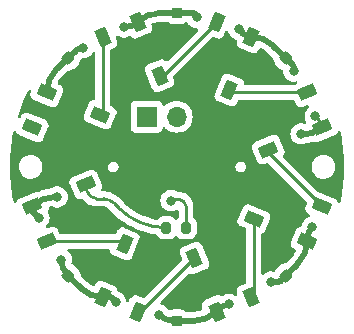
<source format=gtl>
%TF.GenerationSoftware,KiCad,Pcbnew,7.0.10*%
%TF.CreationDate,2024-04-29T22:23:39+02:00*%
%TF.ProjectId,GhostControllerLED,47686f73-7443-46f6-9e74-726f6c6c6572,rev?*%
%TF.SameCoordinates,Original*%
%TF.FileFunction,Copper,L1,Top*%
%TF.FilePolarity,Positive*%
%FSLAX46Y46*%
G04 Gerber Fmt 4.6, Leading zero omitted, Abs format (unit mm)*
G04 Created by KiCad (PCBNEW 7.0.10) date 2024-04-29 22:23:39*
%MOMM*%
%LPD*%
G01*
G04 APERTURE LIST*
G04 Aperture macros list*
%AMRoundRect*
0 Rectangle with rounded corners*
0 $1 Rounding radius*
0 $2 $3 $4 $5 $6 $7 $8 $9 X,Y pos of 4 corners*
0 Add a 4 corners polygon primitive as box body*
4,1,4,$2,$3,$4,$5,$6,$7,$8,$9,$2,$3,0*
0 Add four circle primitives for the rounded corners*
1,1,$1+$1,$2,$3*
1,1,$1+$1,$4,$5*
1,1,$1+$1,$6,$7*
1,1,$1+$1,$8,$9*
0 Add four rect primitives between the rounded corners*
20,1,$1+$1,$2,$3,$4,$5,0*
20,1,$1+$1,$4,$5,$6,$7,0*
20,1,$1+$1,$6,$7,$8,$9,0*
20,1,$1+$1,$8,$9,$2,$3,0*%
%AMRotRect*
0 Rectangle, with rotation*
0 The origin of the aperture is its center*
0 $1 length*
0 $2 width*
0 $3 Rotation angle, in degrees counterclockwise*
0 Add horizontal line*
21,1,$1,$2,0,0,$3*%
G04 Aperture macros list end*
%TA.AperFunction,SMDPad,CuDef*%
%ADD10RotRect,1.500000X1.000000X112.500000*%
%TD*%
%TA.AperFunction,SMDPad,CuDef*%
%ADD11RotRect,1.500000X1.000000X22.500000*%
%TD*%
%TA.AperFunction,SMDPad,CuDef*%
%ADD12RoundRect,0.200000X-0.200000X-0.275000X0.200000X-0.275000X0.200000X0.275000X-0.200000X0.275000X0*%
%TD*%
%TA.AperFunction,SMDPad,CuDef*%
%ADD13RotRect,1.500000X1.000000X157.500000*%
%TD*%
%TA.AperFunction,SMDPad,CuDef*%
%ADD14RoundRect,0.225000X-0.017678X0.335876X-0.335876X0.017678X0.017678X-0.335876X0.335876X-0.017678X0*%
%TD*%
%TA.AperFunction,SMDPad,CuDef*%
%ADD15RoundRect,0.225000X-0.335876X-0.017678X-0.017678X-0.335876X0.335876X0.017678X0.017678X0.335876X0*%
%TD*%
%TA.AperFunction,SMDPad,CuDef*%
%ADD16RoundRect,0.225000X0.335876X0.017678X0.017678X0.335876X-0.335876X-0.017678X-0.017678X-0.335876X0*%
%TD*%
%TA.AperFunction,SMDPad,CuDef*%
%ADD17RotRect,1.500000X1.000000X292.500000*%
%TD*%
%TA.AperFunction,SMDPad,CuDef*%
%ADD18RoundRect,0.225000X0.250000X-0.225000X0.250000X0.225000X-0.250000X0.225000X-0.250000X-0.225000X0*%
%TD*%
%TA.AperFunction,SMDPad,CuDef*%
%ADD19RoundRect,0.225000X-0.250000X0.225000X-0.250000X-0.225000X0.250000X-0.225000X0.250000X0.225000X0*%
%TD*%
%TA.AperFunction,SMDPad,CuDef*%
%ADD20RotRect,1.500000X1.000000X247.500000*%
%TD*%
%TA.AperFunction,SMDPad,CuDef*%
%ADD21RotRect,1.500000X1.000000X337.500000*%
%TD*%
%TA.AperFunction,SMDPad,CuDef*%
%ADD22RotRect,1.500000X1.000000X67.500000*%
%TD*%
%TA.AperFunction,SMDPad,CuDef*%
%ADD23RotRect,1.500000X1.000000X202.500000*%
%TD*%
%TA.AperFunction,SMDPad,CuDef*%
%ADD24RoundRect,0.225000X0.017678X-0.335876X0.335876X-0.017678X-0.017678X0.335876X-0.335876X0.017678X0*%
%TD*%
%TA.AperFunction,ComponentPad*%
%ADD25R,1.700000X1.700000*%
%TD*%
%TA.AperFunction,ComponentPad*%
%ADD26O,1.700000X1.700000*%
%TD*%
%TA.AperFunction,ComponentPad*%
%ADD27RoundRect,0.500000X0.425000X0.000000X-0.425000X0.000000X-0.425000X0.000000X0.425000X0.000000X0*%
%TD*%
%TA.AperFunction,ViaPad*%
%ADD28C,0.800000*%
%TD*%
%TA.AperFunction,Conductor*%
%ADD29C,0.250000*%
%TD*%
%TA.AperFunction,Conductor*%
%ADD30C,0.500000*%
%TD*%
%TA.AperFunction,Conductor*%
%ADD31C,0.550000*%
%TD*%
G04 APERTURE END LIST*
D10*
%TO.P,D3,1,VSS*%
%TO.N,GND*%
X53692158Y-55151582D03*
%TO.P,D3,2,DIN*%
%TO.N,Net-(D2-DOUT)*%
X50735743Y-56376169D03*
%TO.P,D3,3,VDD*%
%TO.N,Net-(D1-VDD)*%
X52610892Y-60903178D03*
%TO.P,D3,4,DOUT*%
%TO.N,Net-(D3-DOUT)*%
X55567307Y-59678591D03*
%TD*%
D11*
%TO.P,1,1,VSS*%
%TO.N,GND*%
X42765703Y-53074873D03*
%TO.P,1,2,DIN*%
%TO.N,Net-(D1-DIN)*%
X41541116Y-50118458D03*
%TO.P,1,3,VDD*%
%TO.N,Net-(D1-VDD)*%
X37014107Y-51993607D03*
%TO.P,1,4,DOUT*%
%TO.N,Net-(D1-DOUT)*%
X38238694Y-54950022D03*
%TD*%
D12*
%TO.P,R1,1*%
%TO.N,Net-(D1-DIN)*%
X48375000Y-53806066D03*
%TO.P,R1,2*%
%TO.N,Net-(J1-D+-PadA6)*%
X50025000Y-53806066D03*
%TD*%
D13*
%TO.P,D4,1,VSS*%
%TO.N,GND*%
X56993454Y-50118458D03*
%TO.P,D4,2,DIN*%
%TO.N,Net-(D3-DOUT)*%
X55768867Y-53074873D03*
%TO.P,D4,3,VDD*%
%TO.N,Net-(D1-VDD)*%
X60295876Y-54950022D03*
%TO.P,D4,4,DOUT*%
%TO.N,Net-(D4-DOUT)*%
X61520463Y-51993607D03*
%TD*%
D14*
%TO.P,C1,1*%
%TO.N,GND*%
X41153233Y-56764052D03*
%TO.P,C1,2*%
%TO.N,Net-(D1-VDD)*%
X40057217Y-57860068D03*
%TD*%
D15*
%TO.P,C3,1*%
%TO.N,GND*%
X57381337Y-56764052D03*
%TO.P,C3,2*%
%TO.N,Net-(D1-VDD)*%
X58477353Y-57860068D03*
%TD*%
D16*
%TO.P,C6,1*%
%TO.N,GND*%
X41153233Y-40535948D03*
%TO.P,C6,2*%
%TO.N,Net-(D1-VDD)*%
X40057217Y-39439932D03*
%TD*%
D17*
%TO.P,D7,1,VSS*%
%TO.N,GND*%
X44842412Y-42148418D03*
%TO.P,D7,2,DIN*%
%TO.N,Net-(D6-DOUT)*%
X47798827Y-40923831D03*
%TO.P,D7,3,VDD*%
%TO.N,Net-(D1-VDD)*%
X45923678Y-36396822D03*
%TO.P,D7,4,DOUT*%
%TO.N,Net-(D7-DOUT)*%
X42967263Y-37621409D03*
%TD*%
D18*
%TO.P,C5,1*%
%TO.N,GND*%
X49267285Y-37175000D03*
%TO.P,C5,2*%
%TO.N,Net-(D1-VDD)*%
X49267285Y-35625000D03*
%TD*%
D19*
%TO.P,C2,1*%
%TO.N,GND*%
X49267285Y-60125000D03*
%TO.P,C2,2*%
%TO.N,Net-(D1-VDD)*%
X49267285Y-61675000D03*
%TD*%
D20*
%TO.P,D6,1,VSS*%
%TO.N,GND*%
X50735743Y-40923831D03*
%TO.P,D6,2,DIN*%
%TO.N,Net-(D5-DOUT)*%
X53692158Y-42148418D03*
%TO.P,D6,3,VDD*%
%TO.N,Net-(D1-VDD)*%
X55567307Y-37621409D03*
%TO.P,D6,4,DOUT*%
%TO.N,Net-(D6-DOUT)*%
X52610892Y-36396822D03*
%TD*%
D21*
%TO.P,D8,1,VSS*%
%TO.N,GND*%
X41541116Y-47181542D03*
%TO.P,D8,2,DIN*%
%TO.N,Net-(D7-DOUT)*%
X42765703Y-44225127D03*
%TO.P,D8,3,VDD*%
%TO.N,Net-(D1-VDD)*%
X38238694Y-42349978D03*
%TO.P,D8,4,DOUT*%
%TO.N,Net-(D7-DOUT)*%
X37014107Y-45306393D03*
%TD*%
D22*
%TO.P,D2,1,VSS*%
%TO.N,GND*%
X47798827Y-56376169D03*
%TO.P,D2,2,DIN*%
%TO.N,Net-(D1-DOUT)*%
X44842412Y-55151582D03*
%TO.P,D2,3,VDD*%
%TO.N,Net-(D1-VDD)*%
X42967263Y-59678591D03*
%TO.P,D2,4,DOUT*%
%TO.N,Net-(D2-DOUT)*%
X45923678Y-60903178D03*
%TD*%
D23*
%TO.P,D5,1,VSS*%
%TO.N,GND*%
X55768867Y-44225127D03*
%TO.P,D5,2,DIN*%
%TO.N,Net-(D4-DOUT)*%
X56993454Y-47181542D03*
%TO.P,D5,3,VDD*%
%TO.N,Net-(D1-VDD)*%
X61520463Y-45306393D03*
%TO.P,D5,4,DOUT*%
%TO.N,Net-(D5-DOUT)*%
X60295876Y-42349978D03*
%TD*%
D24*
%TO.P,C4,1*%
%TO.N,GND*%
X57381337Y-40535948D03*
%TO.P,C4,2*%
%TO.N,Net-(D1-VDD)*%
X58477353Y-39439932D03*
%TD*%
D25*
%TO.P,REF\u002A\u002A,1*%
%TO.N,Net-(D1-VDD)*%
X46700000Y-44400000D03*
D26*
%TO.P,REF\u002A\u002A,2*%
%TO.N,Net-(J1-D+-PadA6)*%
X49240000Y-44400000D03*
%TO.P,REF\u002A\u002A,3*%
%TO.N,GND*%
X51780000Y-44400000D03*
%TD*%
D27*
%TO.P,NoUSB,1*%
%TO.N,GND*%
X53417285Y-46630000D03*
%TO.P,NoUSB,2*%
X53417285Y-50670000D03*
%TO.P,NoUSB,3*%
X45117285Y-50670000D03*
X45117285Y-46630000D03*
%TD*%
D28*
%TO.N,Net-(D1-VDD)*%
X41317285Y-38550000D03*
X44767285Y-36800000D03*
X57217285Y-58400000D03*
X60967285Y-44350000D03*
X39117285Y-51200000D03*
X53667285Y-60300000D03*
X50950000Y-36000000D03*
X44067285Y-60100000D03*
X39467285Y-56500000D03*
X59767285Y-45850000D03*
X37567285Y-52970551D03*
X54476688Y-36973312D03*
X60717285Y-53750000D03*
X47767285Y-61200000D03*
X59131447Y-40525000D03*
%TO.N,Net-(J1-D+-PadA6)*%
X48767965Y-51500680D03*
%TD*%
D29*
%TO.N,Net-(J1-D+-PadA6)*%
X50025021Y-51980757D02*
G75*
G03*
X49867284Y-51600001I-538521J-43D01*
G01*
X50025000Y-53806066D02*
X50025000Y-51980757D01*
X49867257Y-51600028D02*
G75*
G03*
X49451575Y-51401220I-493357J-497572D01*
G01*
X49451575Y-51401219D02*
X48867426Y-51401219D01*
X48867426Y-51401219D02*
X48767965Y-51500680D01*
X48767965Y-51500680D02*
X48717285Y-51450000D01*
D30*
%TO.N,Net-(D1-VDD)*%
X50679942Y-35654802D02*
G75*
G03*
X50515509Y-35625001I-173542J-488998D01*
G01*
X50950000Y-36000000D02*
X50950000Y-35924845D01*
X50950000Y-35924845D02*
X50679946Y-35654791D01*
X50515509Y-35625000D02*
X49267285Y-35625000D01*
X54815478Y-37346212D02*
G75*
G03*
X55567307Y-37621409I755022J898112D01*
G01*
X54476688Y-37007447D02*
X54815467Y-37346226D01*
X54476688Y-36973312D02*
X54476688Y-37007447D01*
D29*
%TO.N,GND*%
X53517316Y-46630031D02*
G75*
G03*
X53492285Y-46690355I60284J-60369D01*
G01*
D31*
%TO.N,Net-(D1-VDD)*%
X48914036Y-61675000D02*
X49267285Y-61675000D01*
D29*
X40011853Y-57814705D02*
X40057217Y-57860068D01*
X61235347Y-44618062D02*
X60967285Y-44350000D01*
D30*
X37567285Y-52970551D02*
X37014107Y-52417373D01*
X42967263Y-59678591D02*
X43645876Y-59678591D01*
X43645876Y-59678591D02*
X44067285Y-60100000D01*
D29*
X61162704Y-45454582D02*
X61117285Y-45500000D01*
D30*
X59046981Y-40009559D02*
X58477353Y-39439932D01*
X59138352Y-40518095D02*
X59138352Y-40510927D01*
X39920880Y-39496404D02*
X39417285Y-40000000D01*
D29*
X39467285Y-56500000D02*
X39512648Y-56545363D01*
X38930095Y-51200000D02*
X39117285Y-51200000D01*
D30*
X60295876Y-54950022D02*
X60295876Y-54767371D01*
X40685424Y-38811726D02*
X40057217Y-39439932D01*
X49267285Y-35625000D02*
X47787021Y-35625000D01*
D31*
X47767285Y-61200000D02*
X47767285Y-61300000D01*
D30*
X59317285Y-57000000D02*
X59538291Y-56778994D01*
D31*
X52693928Y-60903178D02*
X52610892Y-60903178D01*
D30*
X44950321Y-36800000D02*
X44767285Y-36800000D01*
D31*
X52893598Y-60620471D02*
X52610892Y-60903178D01*
D30*
X60717285Y-53750000D02*
X60700000Y-53750000D01*
D31*
X49267285Y-61675000D02*
X50747549Y-61675000D01*
D30*
X57896575Y-58400000D02*
X57217285Y-58400000D01*
D31*
X52610892Y-60806393D02*
X52610892Y-60903178D01*
X52864107Y-60903178D02*
X52610892Y-60903178D01*
D30*
X60272311Y-45850000D02*
X59767285Y-45850000D01*
X58456236Y-57911049D02*
X58017285Y-58350000D01*
X58477353Y-39439932D02*
X57430654Y-38393233D01*
X40057217Y-57860068D02*
X41103916Y-58906767D01*
X37014107Y-52417373D02*
X37014107Y-51993607D01*
X39417285Y-40000000D02*
X39066990Y-40350295D01*
X58491591Y-57825693D02*
X59317285Y-57000000D01*
X59131447Y-40213477D02*
X59131447Y-40525000D01*
X59131447Y-40525000D02*
X59138352Y-40518095D01*
D29*
X61520463Y-45306393D02*
G75*
G03*
X61235347Y-44618062I-973463J-7D01*
G01*
D31*
X47767257Y-61200028D02*
G75*
G03*
X48914036Y-61675000I1146743J1146828D01*
G01*
D30*
X44950321Y-36800024D02*
G75*
G03*
X45923677Y-36396821I-21J1376524D01*
G01*
X60717311Y-53750026D02*
G75*
G03*
X60295876Y-54767371I1017289J-1017374D01*
G01*
D31*
X53667285Y-60300002D02*
G75*
G03*
X52893599Y-60620472I15J-1094198D01*
G01*
D30*
X57430655Y-38393232D02*
G75*
G03*
X55567307Y-37621409I-1863355J-1863368D01*
G01*
D31*
X50747549Y-61674953D02*
G75*
G03*
X52610892Y-60903178I51J2635153D01*
G01*
D30*
X57896575Y-58399984D02*
G75*
G03*
X58017284Y-58349999I25J170684D01*
G01*
X38930095Y-51200007D02*
G75*
G03*
X37014108Y-51993608I5J-2709693D01*
G01*
X60272311Y-45849999D02*
G75*
G03*
X61117284Y-45499999I-11J1194999D01*
G01*
D31*
X49192285Y-61749985D02*
G75*
G03*
X49267285Y-61675000I15J74985D01*
G01*
D30*
X47787021Y-35625026D02*
G75*
G03*
X45923679Y-36396823I-21J-2635174D01*
G01*
X39467297Y-56500000D02*
G75*
G03*
X40011853Y-57814705I1859303J0D01*
G01*
D29*
X37014107Y-51993620D02*
G75*
G03*
X36432959Y-52234327I-7J-821880D01*
G01*
D30*
X58456243Y-57911056D02*
G75*
G03*
X58477353Y-57860068I-50943J50956D01*
G01*
X39066995Y-40350300D02*
G75*
G03*
X38238694Y-42349978I1999705J-1999700D01*
G01*
D29*
X61520463Y-45306356D02*
G75*
G03*
X61162705Y-45454583I37J-505944D01*
G01*
D30*
X41103930Y-58906753D02*
G75*
G03*
X42967263Y-59678591I1863370J1863353D01*
G01*
X58491600Y-57825702D02*
G75*
G03*
X58477353Y-57860068I34400J-34398D01*
G01*
X59131473Y-40213477D02*
G75*
G03*
X59046981Y-40009559I-288373J-23D01*
G01*
X59538284Y-56778987D02*
G75*
G03*
X60295876Y-54950022I-1828984J1828987D01*
G01*
X41317285Y-38549994D02*
G75*
G03*
X40685424Y-38811726I15J-893606D01*
G01*
X40057217Y-39439932D02*
G75*
G03*
X39920880Y-39496404I-17J-192768D01*
G01*
D29*
%TO.N,Net-(D1-DIN)*%
X41541116Y-50177923D02*
X41541116Y-50118458D01*
X43055026Y-51350000D02*
X42445532Y-51350000D01*
X44330976Y-52130977D02*
X43900000Y-51700000D01*
X41541113Y-50177923D02*
G75*
G03*
X41939845Y-51140536I1361387J23D01*
G01*
X43899993Y-51700007D02*
G75*
G03*
X43055026Y-51350000I-844993J-844993D01*
G01*
X44330965Y-52130988D02*
G75*
G03*
X48375000Y-53806066I4044035J4044088D01*
G01*
X41939838Y-51140543D02*
G75*
G03*
X42445532Y-51350000I505662J505643D01*
G01*
%TO.N,Net-(D1-DOUT)*%
X38238694Y-54950022D02*
X44355804Y-54950022D01*
X44842412Y-55151582D02*
G75*
G03*
X44355804Y-54950022I-486612J-486618D01*
G01*
%TO.N,Net-(D2-DOUT)*%
X46410299Y-60701613D02*
X50735743Y-56376169D01*
X45923678Y-60903164D02*
G75*
G03*
X46410298Y-60701612I22J688164D01*
G01*
%TO.N,Net-(D3-DOUT)*%
X55768867Y-59191983D02*
X55768867Y-53074873D01*
X55567316Y-59678600D02*
G75*
G03*
X55768867Y-59191983I-486616J486600D01*
G01*
%TO.N,Net-(D4-DOUT)*%
X61520463Y-51993607D02*
X57195019Y-47668163D01*
X56993413Y-47181542D02*
G75*
G03*
X57195019Y-47668163I688187J42D01*
G01*
%TO.N,Net-(D5-DOUT)*%
X53893718Y-42349978D02*
X53692158Y-42148418D01*
X60295876Y-42349978D02*
X53893718Y-42349978D01*
%TO.N,Net-(D6-DOUT)*%
X48083883Y-40923831D02*
X47798827Y-40923831D01*
X52610892Y-36396822D02*
X48083883Y-40923831D01*
%TO.N,Net-(D7-DOUT)*%
X42967263Y-37621409D02*
X42967263Y-44023567D01*
X42967263Y-44023567D02*
X42765703Y-44225127D01*
%TD*%
%TA.AperFunction,Conductor*%
%TO.N,GND*%
G36*
X48532450Y-36395185D02*
G01*
X48553092Y-36411819D01*
X48564240Y-36422967D01*
X48564244Y-36422970D01*
X48708579Y-36511998D01*
X48708582Y-36511999D01*
X48708588Y-36512003D01*
X48869577Y-36565349D01*
X48968940Y-36575500D01*
X49565629Y-36575499D01*
X49565637Y-36575498D01*
X49565640Y-36575498D01*
X49620045Y-36569940D01*
X49664993Y-36565349D01*
X49825982Y-36512003D01*
X49970329Y-36422968D01*
X49972748Y-36420548D01*
X49974817Y-36419418D01*
X49975992Y-36418490D01*
X49976150Y-36418690D01*
X50034067Y-36387061D01*
X50103759Y-36392040D01*
X50159695Y-36433908D01*
X50167820Y-36446225D01*
X50217467Y-36532216D01*
X50294795Y-36618097D01*
X50344129Y-36672888D01*
X50497265Y-36784148D01*
X50497270Y-36784151D01*
X50670192Y-36861142D01*
X50670197Y-36861144D01*
X50855354Y-36900500D01*
X50855355Y-36900500D01*
X50923261Y-36900500D01*
X50990300Y-36920185D01*
X51036055Y-36972989D01*
X51045999Y-37042147D01*
X51016974Y-37105703D01*
X51010942Y-37112181D01*
X48471688Y-39651433D01*
X48410365Y-39684918D01*
X48340673Y-39679934D01*
X48297962Y-39651393D01*
X48297936Y-39651426D01*
X48297570Y-39651131D01*
X48293250Y-39648244D01*
X48291032Y-39645862D01*
X48291030Y-39645861D01*
X48291031Y-39645861D01*
X48167255Y-39572422D01*
X48027809Y-39536830D01*
X48027802Y-39536829D01*
X47883978Y-39541966D01*
X47883974Y-39541967D01*
X47870570Y-39545903D01*
X47826450Y-39558858D01*
X47826448Y-39558858D01*
X47826444Y-39558860D01*
X46814113Y-39978182D01*
X46761492Y-40006914D01*
X46656158Y-40104982D01*
X46656157Y-40104983D01*
X46582717Y-40228762D01*
X46547125Y-40368212D01*
X46547124Y-40368215D01*
X46552261Y-40512038D01*
X46552262Y-40512042D01*
X46569153Y-40569567D01*
X46569154Y-40569571D01*
X46569155Y-40569572D01*
X47179819Y-42043843D01*
X47208551Y-42096464D01*
X47306615Y-42201794D01*
X47306619Y-42201797D01*
X47306622Y-42201800D01*
X47430397Y-42275239D01*
X47483544Y-42288804D01*
X47569844Y-42310831D01*
X47569846Y-42310831D01*
X47569849Y-42310832D01*
X47569850Y-42310831D01*
X47569851Y-42310832D01*
X47617792Y-42309119D01*
X47713679Y-42305695D01*
X47771204Y-42288804D01*
X48783540Y-41869480D01*
X48836161Y-41840748D01*
X48941497Y-41742677D01*
X49014936Y-41618901D01*
X49050529Y-41479450D01*
X49049967Y-41463728D01*
X49047593Y-41397261D01*
X49045392Y-41335620D01*
X49028501Y-41278095D01*
X48938862Y-41061689D01*
X48931394Y-40992224D01*
X48962669Y-40929745D01*
X48965715Y-40926587D01*
X52220715Y-37671587D01*
X52282036Y-37638104D01*
X52351728Y-37643088D01*
X52355811Y-37644694D01*
X52638514Y-37761794D01*
X52696040Y-37778686D01*
X52826382Y-37783341D01*
X52839867Y-37783823D01*
X52839867Y-37783822D01*
X52839870Y-37783823D01*
X52979322Y-37748230D01*
X53103097Y-37674791D01*
X53201168Y-37569455D01*
X53229901Y-37516835D01*
X53368333Y-37182627D01*
X53412174Y-37128226D01*
X53478468Y-37106161D01*
X53546167Y-37123440D01*
X53593778Y-37174577D01*
X53600825Y-37191764D01*
X53649506Y-37341589D01*
X53649509Y-37341596D01*
X53744155Y-37505528D01*
X53870817Y-37646200D01*
X54023953Y-37757460D01*
X54023958Y-37757463D01*
X54196879Y-37834454D01*
X54196881Y-37834454D01*
X54196885Y-37834456D01*
X54209461Y-37837129D01*
X54211380Y-37837537D01*
X54266070Y-37867063D01*
X54267170Y-37865756D01*
X54287562Y-37882899D01*
X54326211Y-37941106D01*
X54327255Y-38010968D01*
X54326746Y-38012749D01*
X54320742Y-38033194D01*
X54320742Y-38033199D01*
X54315604Y-38177024D01*
X54315605Y-38177027D01*
X54315605Y-38177028D01*
X54327802Y-38224817D01*
X54351197Y-38316477D01*
X54424637Y-38440256D01*
X54424638Y-38440257D01*
X54529968Y-38538322D01*
X54529970Y-38538324D01*
X54529972Y-38538325D01*
X54529973Y-38538326D01*
X54582593Y-38567058D01*
X55594929Y-38986381D01*
X55652455Y-39003273D01*
X55782797Y-39007928D01*
X55796282Y-39008410D01*
X55796282Y-39008409D01*
X55796285Y-39008410D01*
X55935737Y-38972817D01*
X56059512Y-38899378D01*
X56157583Y-38794042D01*
X56186316Y-38741422D01*
X56230741Y-38634167D01*
X56274580Y-38579767D01*
X56340874Y-38557701D01*
X56400144Y-38570410D01*
X56502356Y-38620815D01*
X56516403Y-38628925D01*
X56707862Y-38756853D01*
X56720731Y-38766727D01*
X56896907Y-38921229D01*
X56902829Y-38926776D01*
X57379658Y-39403605D01*
X57413143Y-39464928D01*
X57415977Y-39491286D01*
X57415977Y-39507053D01*
X57455089Y-39672079D01*
X57455090Y-39672082D01*
X57531201Y-39823632D01*
X57531204Y-39823637D01*
X57594286Y-39901075D01*
X58016210Y-40322997D01*
X58093648Y-40386081D01*
X58157639Y-40418218D01*
X58208712Y-40465895D01*
X58223177Y-40518760D01*
X58225308Y-40518537D01*
X58225987Y-40524998D01*
X58225987Y-40525000D01*
X58245773Y-40713256D01*
X58245774Y-40713259D01*
X58304265Y-40893277D01*
X58304268Y-40893284D01*
X58398914Y-41057216D01*
X58455719Y-41120304D01*
X58525576Y-41197888D01*
X58678712Y-41309148D01*
X58678717Y-41309151D01*
X58851639Y-41386142D01*
X58851644Y-41386144D01*
X59036801Y-41425500D01*
X59036802Y-41425500D01*
X59226091Y-41425500D01*
X59226093Y-41425500D01*
X59317729Y-41406022D01*
X59387392Y-41411338D01*
X59443126Y-41453474D01*
X59467232Y-41519054D01*
X59452055Y-41587256D01*
X59402416Y-41636425D01*
X59390961Y-41641873D01*
X59286727Y-41685048D01*
X59214323Y-41715039D01*
X59166872Y-41724478D01*
X55067665Y-41724478D01*
X55000626Y-41704793D01*
X54954871Y-41651989D01*
X54944851Y-41601618D01*
X54944809Y-41601623D01*
X54944757Y-41601144D01*
X54943744Y-41596049D01*
X54943860Y-41592801D01*
X54943859Y-41592800D01*
X54943860Y-41592799D01*
X54908267Y-41453348D01*
X54838418Y-41335623D01*
X54834827Y-41329570D01*
X54834826Y-41329569D01*
X54729496Y-41231504D01*
X54729494Y-41231502D01*
X54676868Y-41202767D01*
X53664541Y-40783448D01*
X53664540Y-40783447D01*
X53664536Y-40783446D01*
X53607010Y-40766554D01*
X53598018Y-40766232D01*
X53463182Y-40761416D01*
X53463175Y-40761417D01*
X53323729Y-40797009D01*
X53199954Y-40870448D01*
X53199949Y-40870452D01*
X53101885Y-40975780D01*
X53101882Y-40975784D01*
X53073151Y-41028398D01*
X52462487Y-42502675D01*
X52445593Y-42560208D01*
X52440455Y-42704033D01*
X52440456Y-42704036D01*
X52440456Y-42704037D01*
X52444124Y-42718408D01*
X52476048Y-42843486D01*
X52549488Y-42967265D01*
X52549489Y-42967266D01*
X52654819Y-43065331D01*
X52654821Y-43065333D01*
X52654823Y-43065334D01*
X52654824Y-43065335D01*
X52707444Y-43094067D01*
X53719780Y-43513390D01*
X53777306Y-43530282D01*
X53907648Y-43534937D01*
X53921133Y-43535419D01*
X53921133Y-43535418D01*
X53921136Y-43535419D01*
X54060588Y-43499826D01*
X54184363Y-43426387D01*
X54282434Y-43321051D01*
X54311167Y-43268431D01*
X54400805Y-43052024D01*
X54444646Y-42997622D01*
X54510940Y-42975557D01*
X54515366Y-42975478D01*
X59118582Y-42975478D01*
X59185621Y-42995163D01*
X59231376Y-43047967D01*
X59233139Y-43052016D01*
X59291311Y-43192455D01*
X59350227Y-43334691D01*
X59378959Y-43387312D01*
X59477027Y-43492646D01*
X59477028Y-43492647D01*
X59506647Y-43510220D01*
X59600806Y-43566087D01*
X59740257Y-43601680D01*
X59740259Y-43601679D01*
X59740260Y-43601680D01*
X59801898Y-43599478D01*
X59884087Y-43596543D01*
X59941612Y-43579652D01*
X60262282Y-43446825D01*
X60331750Y-43439357D01*
X60394230Y-43470632D01*
X60429882Y-43530721D01*
X60427388Y-43600546D01*
X60387540Y-43657938D01*
X60382621Y-43661704D01*
X60361413Y-43677112D01*
X60234751Y-43817785D01*
X60140106Y-43981715D01*
X60140103Y-43981722D01*
X60088683Y-44139979D01*
X60081611Y-44161744D01*
X60061825Y-44350000D01*
X60081611Y-44538256D01*
X60081612Y-44538259D01*
X60140103Y-44718277D01*
X60140106Y-44718284D01*
X60182375Y-44791496D01*
X60198848Y-44859397D01*
X60181627Y-44916773D01*
X60173976Y-44929667D01*
X60122837Y-44977276D01*
X60054078Y-44989679D01*
X60041556Y-44987680D01*
X59968082Y-44972063D01*
X59861931Y-44949500D01*
X59672639Y-44949500D01*
X59640182Y-44956398D01*
X59487482Y-44988855D01*
X59487477Y-44988857D01*
X59314555Y-45065848D01*
X59314550Y-45065851D01*
X59161414Y-45177111D01*
X59034751Y-45317785D01*
X58940106Y-45481715D01*
X58940103Y-45481722D01*
X58883744Y-45655179D01*
X58881611Y-45661744D01*
X58861825Y-45850000D01*
X58881611Y-46038256D01*
X58881612Y-46038259D01*
X58940103Y-46218277D01*
X58940106Y-46218284D01*
X59034752Y-46382216D01*
X59116003Y-46472454D01*
X59161414Y-46522888D01*
X59314550Y-46634148D01*
X59314555Y-46634151D01*
X59487477Y-46711142D01*
X59487482Y-46711144D01*
X59672639Y-46750500D01*
X59672640Y-46750500D01*
X59861929Y-46750500D01*
X59861931Y-46750500D01*
X60047088Y-46711144D01*
X60220015Y-46634151D01*
X60225007Y-46630523D01*
X60233738Y-46624181D01*
X60299544Y-46600702D01*
X60306622Y-46600500D01*
X60321577Y-46600500D01*
X60321621Y-46600498D01*
X60399831Y-46600498D01*
X60427923Y-46596799D01*
X60652671Y-46567209D01*
X60791051Y-46530128D01*
X60853809Y-46529755D01*
X60964844Y-46558095D01*
X60964846Y-46558094D01*
X60964847Y-46558095D01*
X61026485Y-46555893D01*
X61108674Y-46552958D01*
X61166199Y-46536067D01*
X62640475Y-45925401D01*
X62693096Y-45896669D01*
X62798432Y-45798598D01*
X62871871Y-45674823D01*
X62871871Y-45674821D01*
X62876396Y-45667196D01*
X62879438Y-45669001D01*
X62912651Y-45627769D01*
X62978941Y-45605689D01*
X63046644Y-45622953D01*
X63094266Y-45674080D01*
X63104592Y-45703397D01*
X63110675Y-45731523D01*
X63111330Y-45734759D01*
X63222359Y-46323602D01*
X63222927Y-46326854D01*
X63246385Y-46472454D01*
X63246867Y-46475720D01*
X63326398Y-47069635D01*
X63326792Y-47072912D01*
X63342462Y-47219496D01*
X63342770Y-47222783D01*
X63390584Y-47820141D01*
X63390803Y-47823436D01*
X63398649Y-47970655D01*
X63398781Y-47973953D01*
X63416697Y-48646698D01*
X63416697Y-48653300D01*
X63398781Y-49326045D01*
X63398649Y-49329343D01*
X63390803Y-49476562D01*
X63390584Y-49479857D01*
X63342770Y-50077215D01*
X63342462Y-50080502D01*
X63326792Y-50227086D01*
X63326398Y-50230363D01*
X63246867Y-50824278D01*
X63246385Y-50827544D01*
X63222927Y-50973144D01*
X63222359Y-50976396D01*
X63111330Y-51565239D01*
X63110675Y-51568474D01*
X63104592Y-51596601D01*
X63071181Y-51657965D01*
X63009899Y-51691524D01*
X62940201Y-51686624D01*
X62884217Y-51644821D01*
X62877118Y-51632375D01*
X62876396Y-51632804D01*
X62871871Y-51625177D01*
X62798432Y-51501402D01*
X62798428Y-51501398D01*
X62693100Y-51403334D01*
X62693096Y-51403331D01*
X62640482Y-51374600D01*
X61204657Y-50779863D01*
X61164429Y-50752983D01*
X59061447Y-48650000D01*
X60661944Y-48650000D01*
X60681260Y-48846129D01*
X60738473Y-49034733D01*
X60831371Y-49208532D01*
X60831375Y-49208539D01*
X60956401Y-49360883D01*
X61108745Y-49485909D01*
X61108752Y-49485913D01*
X61243378Y-49557872D01*
X61282558Y-49578814D01*
X61311442Y-49587575D01*
X61318480Y-49589946D01*
X61319076Y-49590166D01*
X61319084Y-49590170D01*
X61322855Y-49591146D01*
X61327707Y-49592509D01*
X61471153Y-49636024D01*
X61501947Y-49639056D01*
X61509196Y-49640344D01*
X61509240Y-49640063D01*
X61515463Y-49641016D01*
X61515467Y-49641017D01*
X61525708Y-49641536D01*
X61531514Y-49641968D01*
X61667285Y-49655341D01*
X61702488Y-49651873D01*
X61711785Y-49651653D01*
X61711783Y-49651610D01*
X61718053Y-49651291D01*
X61718065Y-49651292D01*
X61732211Y-49649124D01*
X61738767Y-49648300D01*
X61863417Y-49636024D01*
X61901576Y-49624448D01*
X61918112Y-49620694D01*
X61918581Y-49620573D01*
X61918584Y-49620573D01*
X61934241Y-49614774D01*
X61941291Y-49612400D01*
X62052012Y-49578814D01*
X62091205Y-49557864D01*
X62106586Y-49550945D01*
X62108815Y-49550120D01*
X62124127Y-49540575D01*
X62131203Y-49536485D01*
X62225818Y-49485913D01*
X62225819Y-49485912D01*
X62225818Y-49485912D01*
X62225823Y-49485910D01*
X62263798Y-49454744D01*
X62276844Y-49445385D01*
X62280969Y-49442815D01*
X62294356Y-49430088D01*
X62301090Y-49424139D01*
X62378168Y-49360883D01*
X62412367Y-49319211D01*
X62422765Y-49308027D01*
X62428000Y-49303052D01*
X62428002Y-49303048D01*
X62428004Y-49303047D01*
X62432903Y-49296007D01*
X62438439Y-49288053D01*
X62444335Y-49280258D01*
X62503195Y-49208538D01*
X62530926Y-49156656D01*
X62538488Y-49144308D01*
X62543886Y-49136553D01*
X62550819Y-49120396D01*
X62555395Y-49110878D01*
X62596099Y-49034727D01*
X62614647Y-48973580D01*
X62619345Y-48960713D01*
X62623885Y-48950135D01*
X62627209Y-48933957D01*
X62629990Y-48923002D01*
X62653309Y-48846132D01*
X62660083Y-48777345D01*
X62662022Y-48764556D01*
X62664720Y-48751429D01*
X62665326Y-48727434D01*
X62665878Y-48718510D01*
X62672626Y-48650000D01*
X62665878Y-48581493D01*
X62665326Y-48572561D01*
X62664720Y-48548571D01*
X62662020Y-48535435D01*
X62660084Y-48522657D01*
X62653309Y-48453868D01*
X62629999Y-48377027D01*
X62627205Y-48366022D01*
X62623885Y-48349865D01*
X62619347Y-48339290D01*
X62614639Y-48326391D01*
X62596099Y-48265273D01*
X62555399Y-48189130D01*
X62550813Y-48179589D01*
X62543887Y-48163450D01*
X62543886Y-48163447D01*
X62538498Y-48155706D01*
X62530921Y-48143334D01*
X62503195Y-48091462D01*
X62503193Y-48091460D01*
X62503193Y-48091459D01*
X62444354Y-48019765D01*
X62438428Y-48011931D01*
X62428001Y-47996949D01*
X62422771Y-47991977D01*
X62412353Y-47980771D01*
X62378168Y-47939116D01*
X62301115Y-47875880D01*
X62294352Y-47869905D01*
X62280971Y-47857187D01*
X62280969Y-47857185D01*
X62276845Y-47854614D01*
X62263778Y-47845239D01*
X62225825Y-47814091D01*
X62225817Y-47814086D01*
X62131242Y-47763535D01*
X62124106Y-47759410D01*
X62108822Y-47749884D01*
X62108817Y-47749881D01*
X62108815Y-47749880D01*
X62108813Y-47749879D01*
X62108807Y-47749876D01*
X62106578Y-47749051D01*
X62091197Y-47742130D01*
X62052013Y-47721186D01*
X61941321Y-47687607D01*
X61934258Y-47685231D01*
X61918585Y-47679427D01*
X61918139Y-47679312D01*
X61901561Y-47675547D01*
X61863415Y-47663975D01*
X61738793Y-47651701D01*
X61732178Y-47650869D01*
X61718071Y-47648708D01*
X61711789Y-47648390D01*
X61711791Y-47648347D01*
X61702490Y-47648125D01*
X61667288Y-47644659D01*
X61667284Y-47644659D01*
X61531542Y-47658027D01*
X61525677Y-47658464D01*
X61515472Y-47658982D01*
X61509259Y-47659934D01*
X61509216Y-47659654D01*
X61501964Y-47660941D01*
X61471154Y-47663975D01*
X61327731Y-47707482D01*
X61322830Y-47708859D01*
X61319080Y-47709830D01*
X61318460Y-47710060D01*
X61311408Y-47712433D01*
X61282555Y-47721186D01*
X61108752Y-47814086D01*
X61108745Y-47814090D01*
X60956401Y-47939116D01*
X60831375Y-48091460D01*
X60831371Y-48091467D01*
X60738473Y-48265266D01*
X60681260Y-48453870D01*
X60661944Y-48650000D01*
X59061447Y-48650000D01*
X58265851Y-47854404D01*
X58232366Y-47793081D01*
X58237350Y-47723389D01*
X58265890Y-47680676D01*
X58265859Y-47680651D01*
X58266146Y-47680294D01*
X58269037Y-47675968D01*
X58271423Y-47673747D01*
X58344862Y-47549972D01*
X58380455Y-47410520D01*
X58375318Y-47266690D01*
X58358427Y-47209165D01*
X57939103Y-46196829D01*
X57910371Y-46144208D01*
X57904426Y-46137822D01*
X57812302Y-46038873D01*
X57812301Y-46038872D01*
X57688522Y-45965432D01*
X57569199Y-45934977D01*
X57549073Y-45929840D01*
X57549072Y-45929840D01*
X57549069Y-45929839D01*
X57405246Y-45934976D01*
X57405242Y-45934977D01*
X57373480Y-45944303D01*
X57347718Y-45951868D01*
X57347716Y-45951868D01*
X57347712Y-45951870D01*
X55873441Y-46562534D01*
X55820820Y-46591266D01*
X55715490Y-46689330D01*
X55715484Y-46689338D01*
X55642045Y-46813113D01*
X55606453Y-46952559D01*
X55606452Y-46952566D01*
X55611589Y-47096390D01*
X55611590Y-47096394D01*
X55628481Y-47153919D01*
X55628482Y-47153923D01*
X55628483Y-47153924D01*
X56047805Y-48166255D01*
X56076537Y-48218876D01*
X56174605Y-48324210D01*
X56174606Y-48324211D01*
X56174608Y-48324212D01*
X56298384Y-48397651D01*
X56437835Y-48433244D01*
X56437837Y-48433243D01*
X56437838Y-48433244D01*
X56499476Y-48431042D01*
X56581665Y-48428107D01*
X56639190Y-48411216D01*
X56855591Y-48321578D01*
X56925060Y-48314110D01*
X56987539Y-48345385D01*
X56990725Y-48348459D01*
X60245694Y-51603428D01*
X60279179Y-51664751D01*
X60274195Y-51734443D01*
X60272574Y-51738561D01*
X60155494Y-52021219D01*
X60155491Y-52021228D01*
X60155491Y-52021229D01*
X60140736Y-52071480D01*
X60138599Y-52078756D01*
X60133461Y-52222582D01*
X60133462Y-52222589D01*
X60169054Y-52362035D01*
X60169055Y-52362037D01*
X60242494Y-52485812D01*
X60242496Y-52485814D01*
X60242497Y-52485815D01*
X60347825Y-52583879D01*
X60347828Y-52583881D01*
X60347830Y-52583883D01*
X60366542Y-52594101D01*
X60400443Y-52612613D01*
X60484798Y-52647554D01*
X60539201Y-52691395D01*
X60561266Y-52757689D01*
X60543987Y-52825389D01*
X60492849Y-52872999D01*
X60463126Y-52883405D01*
X60437482Y-52888855D01*
X60437477Y-52888857D01*
X60264555Y-52965848D01*
X60264550Y-52965851D01*
X60111414Y-53077111D01*
X59984751Y-53217785D01*
X59890106Y-53381715D01*
X59890103Y-53381722D01*
X59831612Y-53561739D01*
X59831610Y-53561750D01*
X59828400Y-53592287D01*
X59801815Y-53656901D01*
X59744517Y-53696885D01*
X59735746Y-53699471D01*
X59600807Y-53733912D01*
X59477028Y-53807352D01*
X59477027Y-53807353D01*
X59378962Y-53912683D01*
X59378960Y-53912685D01*
X59350225Y-53965311D01*
X58930906Y-54977638D01*
X58930904Y-54977644D01*
X58927521Y-54989167D01*
X58914012Y-55035171D01*
X58908874Y-55178997D01*
X58908875Y-55179004D01*
X58944467Y-55318450D01*
X58944468Y-55318452D01*
X59017907Y-55442227D01*
X59017909Y-55442229D01*
X59017910Y-55442230D01*
X59123238Y-55540294D01*
X59123241Y-55540296D01*
X59123243Y-55540298D01*
X59141955Y-55550516D01*
X59175856Y-55569028D01*
X59175862Y-55569031D01*
X59278562Y-55611570D01*
X59332966Y-55655411D01*
X59355031Y-55721705D01*
X59342322Y-55780976D01*
X59302979Y-55860754D01*
X59294869Y-55874800D01*
X59170470Y-56060977D01*
X59160596Y-56073845D01*
X59010186Y-56245354D01*
X59004639Y-56251276D01*
X58755694Y-56500223D01*
X58755690Y-56500227D01*
X58493545Y-56762373D01*
X58432222Y-56795858D01*
X58417359Y-56797455D01*
X58417406Y-56797853D01*
X58410239Y-56798690D01*
X58245202Y-56837805D01*
X58093652Y-56913916D01*
X58093651Y-56913917D01*
X58093649Y-56913918D01*
X58093648Y-56913919D01*
X58066338Y-56936165D01*
X58016209Y-56977001D01*
X58016203Y-56977007D01*
X57594295Y-57398917D01*
X57594284Y-57398929D01*
X57530608Y-57477094D01*
X57473005Y-57516637D01*
X57408691Y-57520066D01*
X57311931Y-57499500D01*
X57122639Y-57499500D01*
X57090182Y-57506398D01*
X56937482Y-57538855D01*
X56937477Y-57538857D01*
X56764555Y-57615848D01*
X56764550Y-57615851D01*
X56611414Y-57727111D01*
X56611412Y-57727113D01*
X56610515Y-57728110D01*
X56609851Y-57728518D01*
X56606585Y-57731460D01*
X56606047Y-57730862D01*
X56551028Y-57764757D01*
X56481171Y-57763426D01*
X56423123Y-57724538D01*
X56395315Y-57660440D01*
X56394367Y-57645136D01*
X56394367Y-54402652D01*
X56414052Y-54335613D01*
X56457677Y-54297811D01*
X56456310Y-54295507D01*
X56478711Y-54282216D01*
X56587713Y-54217543D01*
X56685784Y-54112207D01*
X56714516Y-54059587D01*
X57133839Y-53047251D01*
X57150731Y-52989725D01*
X57155868Y-52845895D01*
X57153592Y-52836979D01*
X57120275Y-52706444D01*
X57120275Y-52706443D01*
X57046836Y-52582668D01*
X57036759Y-52573286D01*
X56941504Y-52484600D01*
X56941500Y-52484597D01*
X56888886Y-52455866D01*
X55414609Y-51845202D01*
X55414608Y-51845201D01*
X55414604Y-51845200D01*
X55357078Y-51828308D01*
X55348359Y-51827996D01*
X55213251Y-51823170D01*
X55213248Y-51823171D01*
X55073798Y-51858763D01*
X54950019Y-51932203D01*
X54950018Y-51932204D01*
X54851953Y-52037534D01*
X54851951Y-52037536D01*
X54823216Y-52090162D01*
X54406619Y-53095918D01*
X54403895Y-53102495D01*
X54387360Y-53158807D01*
X54387003Y-53160022D01*
X54381865Y-53303848D01*
X54381866Y-53303855D01*
X54417458Y-53443301D01*
X54417459Y-53443303D01*
X54490898Y-53567078D01*
X54490900Y-53567080D01*
X54490901Y-53567081D01*
X54596229Y-53665145D01*
X54596232Y-53665147D01*
X54596234Y-53665149D01*
X54614946Y-53675367D01*
X54648847Y-53693879D01*
X54648853Y-53693881D01*
X54648854Y-53693882D01*
X55066820Y-53867008D01*
X55121223Y-53910849D01*
X55143288Y-53977143D01*
X55143367Y-53981569D01*
X55143367Y-58417807D01*
X55123682Y-58484846D01*
X55070878Y-58530601D01*
X55066821Y-58532367D01*
X55051729Y-58538619D01*
X54582593Y-58732942D01*
X54529972Y-58761674D01*
X54424638Y-58859742D01*
X54424637Y-58859743D01*
X54351197Y-58983522D01*
X54315605Y-59122972D01*
X54315604Y-59122975D01*
X54320741Y-59266798D01*
X54320742Y-59266802D01*
X54335144Y-59315851D01*
X54337636Y-59324336D01*
X54376545Y-59418271D01*
X54384014Y-59487740D01*
X54352739Y-59550219D01*
X54292650Y-59585871D01*
X54222825Y-59583377D01*
X54189099Y-59566041D01*
X54120019Y-59515851D01*
X54120014Y-59515848D01*
X53947092Y-59438857D01*
X53947087Y-59438855D01*
X53801286Y-59407865D01*
X53761931Y-59399500D01*
X53572639Y-59399500D01*
X53540182Y-59406398D01*
X53387482Y-59438855D01*
X53387477Y-59438857D01*
X53214555Y-59515848D01*
X53147591Y-59564500D01*
X53081784Y-59587979D01*
X53013731Y-59572153D01*
X53011434Y-59570823D01*
X53006312Y-59567784D01*
X52979322Y-59551770D01*
X52979321Y-59551769D01*
X52979320Y-59551769D01*
X52839874Y-59516177D01*
X52839867Y-59516176D01*
X52696043Y-59521313D01*
X52696039Y-59521314D01*
X52664277Y-59530640D01*
X52638515Y-59538205D01*
X52638513Y-59538205D01*
X52638509Y-59538207D01*
X51626178Y-59957529D01*
X51573557Y-59986261D01*
X51468223Y-60084329D01*
X51468222Y-60084330D01*
X51394782Y-60208109D01*
X51359190Y-60347559D01*
X51359189Y-60347562D01*
X51364326Y-60491385D01*
X51364327Y-60491389D01*
X51381218Y-60548914D01*
X51381219Y-60548918D01*
X51381220Y-60548919D01*
X51416065Y-60633043D01*
X51423534Y-60702513D01*
X51392259Y-60764992D01*
X51341360Y-60797916D01*
X51236574Y-60833484D01*
X51220907Y-60837682D01*
X50998271Y-60881962D01*
X50982189Y-60884079D01*
X50750892Y-60899234D01*
X50742784Y-60899499D01*
X50672506Y-60899498D01*
X50666056Y-60899498D01*
X50666055Y-60899498D01*
X50659291Y-60899498D01*
X50659255Y-60899500D01*
X50041845Y-60899500D01*
X49976746Y-60880384D01*
X49976476Y-60880823D01*
X49974874Y-60879835D01*
X49974806Y-60879815D01*
X49974578Y-60879652D01*
X49825990Y-60788001D01*
X49825984Y-60787998D01*
X49825982Y-60787997D01*
X49735185Y-60757910D01*
X49664994Y-60734651D01*
X49565631Y-60724500D01*
X48968947Y-60724500D01*
X48968929Y-60724501D01*
X48869577Y-60734650D01*
X48869574Y-60734651D01*
X48708590Y-60787996D01*
X48702040Y-60791051D01*
X48700706Y-60788191D01*
X48646741Y-60802799D01*
X48580136Y-60781694D01*
X48541990Y-60740827D01*
X48519084Y-60701154D01*
X48499818Y-60667784D01*
X48373156Y-60527112D01*
X48357222Y-60515535D01*
X48220019Y-60415851D01*
X48220014Y-60415848D01*
X48047092Y-60338857D01*
X48047087Y-60338855D01*
X47949301Y-60318071D01*
X47887820Y-60284879D01*
X47854043Y-60223716D01*
X47858695Y-60154001D01*
X47887399Y-60109102D01*
X50239156Y-57757344D01*
X50300477Y-57723861D01*
X50358057Y-57727978D01*
X50358720Y-57725384D01*
X50506760Y-57763169D01*
X50506762Y-57763169D01*
X50506765Y-57763170D01*
X50506766Y-57763169D01*
X50506767Y-57763170D01*
X50554708Y-57761457D01*
X50650595Y-57758033D01*
X50708120Y-57741142D01*
X51720456Y-57321818D01*
X51773077Y-57293086D01*
X51878413Y-57195015D01*
X51951852Y-57071239D01*
X51987445Y-56931788D01*
X51982308Y-56787958D01*
X51965417Y-56730433D01*
X51354751Y-55256157D01*
X51326019Y-55203536D01*
X51303179Y-55179004D01*
X51227954Y-55098205D01*
X51227949Y-55098201D01*
X51227948Y-55098200D01*
X51104173Y-55024761D01*
X51104172Y-55024760D01*
X51104171Y-55024760D01*
X50964725Y-54989168D01*
X50964718Y-54989167D01*
X50820894Y-54994304D01*
X50820890Y-54994305D01*
X50789128Y-55003631D01*
X50763366Y-55011196D01*
X50763364Y-55011196D01*
X50763360Y-55011198D01*
X49751029Y-55430520D01*
X49698408Y-55459252D01*
X49593074Y-55557320D01*
X49593073Y-55557321D01*
X49519633Y-55681100D01*
X49484041Y-55820550D01*
X49484040Y-55820553D01*
X49489177Y-55964376D01*
X49489178Y-55964380D01*
X49506069Y-56021905D01*
X49653780Y-56378512D01*
X49679196Y-56439870D01*
X49686665Y-56509339D01*
X49655390Y-56571819D01*
X49652316Y-56575004D01*
X46515419Y-59711900D01*
X46454096Y-59745385D01*
X46384404Y-59740401D01*
X46380285Y-59738780D01*
X46364392Y-59732197D01*
X46005109Y-59583377D01*
X45896061Y-59538208D01*
X45896060Y-59538207D01*
X45896056Y-59538206D01*
X45838530Y-59521314D01*
X45829538Y-59520992D01*
X45694702Y-59516176D01*
X45694695Y-59516177D01*
X45555249Y-59551769D01*
X45431474Y-59625208D01*
X45431469Y-59625212D01*
X45333405Y-59730540D01*
X45333402Y-59730544D01*
X45304671Y-59783158D01*
X45200207Y-60035358D01*
X45156366Y-60089761D01*
X45090072Y-60111826D01*
X45022372Y-60094547D01*
X44974762Y-60043409D01*
X44962326Y-60000870D01*
X44952959Y-59911744D01*
X44894464Y-59731716D01*
X44799818Y-59567784D01*
X44673156Y-59427112D01*
X44673155Y-59427111D01*
X44520019Y-59315851D01*
X44520014Y-59315848D01*
X44347091Y-59238857D01*
X44347089Y-59238856D01*
X44347088Y-59238856D01*
X44332441Y-59235742D01*
X44316618Y-59232379D01*
X44255137Y-59199185D01*
X44221362Y-59138021D01*
X44219112Y-59124338D01*
X44218965Y-59122970D01*
X44183372Y-58983521D01*
X44109932Y-58859743D01*
X44109931Y-58859742D01*
X44004601Y-58761677D01*
X44004599Y-58761675D01*
X43987057Y-58752096D01*
X43951977Y-58732942D01*
X43951975Y-58732941D01*
X43951973Y-58732940D01*
X42939646Y-58313621D01*
X42939645Y-58313620D01*
X42939641Y-58313619D01*
X42882115Y-58296727D01*
X42873123Y-58296405D01*
X42738287Y-58291589D01*
X42738280Y-58291590D01*
X42598834Y-58327182D01*
X42475059Y-58400621D01*
X42475054Y-58400625D01*
X42376990Y-58505953D01*
X42376987Y-58505957D01*
X42348258Y-58558568D01*
X42303833Y-58665818D01*
X42259991Y-58720221D01*
X42193697Y-58742285D01*
X42134427Y-58729576D01*
X42032228Y-58679176D01*
X42018182Y-58671066D01*
X41826721Y-58543134D01*
X41813853Y-58533260D01*
X41782721Y-58505958D01*
X41637436Y-58378545D01*
X41631513Y-58372997D01*
X41574500Y-58315983D01*
X41574489Y-58315973D01*
X41154912Y-57896395D01*
X41121427Y-57835072D01*
X41118593Y-57808714D01*
X41118593Y-57792948D01*
X41118593Y-57792947D01*
X41079481Y-57627921D01*
X41003366Y-57476363D01*
X40940284Y-57398925D01*
X40518360Y-56977003D01*
X40440922Y-56913919D01*
X40440918Y-56913917D01*
X40440917Y-56913916D01*
X40397462Y-56892092D01*
X40346388Y-56844414D01*
X40329198Y-56776692D01*
X40335183Y-56742962D01*
X40352957Y-56688262D01*
X40352958Y-56688259D01*
X40352959Y-56688256D01*
X40372745Y-56500000D01*
X40352959Y-56311744D01*
X40294464Y-56131716D01*
X40199818Y-55967784D01*
X40073156Y-55827112D01*
X40035618Y-55799839D01*
X39992954Y-55744510D01*
X39986975Y-55674896D01*
X40019581Y-55613101D01*
X40080420Y-55578744D01*
X40108505Y-55575522D01*
X43466905Y-55575522D01*
X43533944Y-55595207D01*
X43579699Y-55648011D01*
X43589718Y-55698381D01*
X43589761Y-55698377D01*
X43589812Y-55698855D01*
X43590826Y-55703951D01*
X43590709Y-55707198D01*
X43590710Y-55707200D01*
X43626302Y-55846650D01*
X43699742Y-55970429D01*
X43699743Y-55970430D01*
X43805073Y-56068495D01*
X43805075Y-56068497D01*
X43805077Y-56068498D01*
X43805078Y-56068499D01*
X43857698Y-56097231D01*
X44870034Y-56516554D01*
X44927560Y-56533446D01*
X45057902Y-56538101D01*
X45071387Y-56538583D01*
X45071387Y-56538582D01*
X45071390Y-56538583D01*
X45210842Y-56502990D01*
X45334617Y-56429551D01*
X45432688Y-56324215D01*
X45455297Y-56282810D01*
X45461418Y-56271601D01*
X45461418Y-56271598D01*
X45461421Y-56271595D01*
X46072085Y-54797319D01*
X46088977Y-54739793D01*
X46094114Y-54595963D01*
X46058521Y-54456512D01*
X45986789Y-54335613D01*
X45985081Y-54332734D01*
X45985080Y-54332733D01*
X45879750Y-54234668D01*
X45879748Y-54234666D01*
X45827122Y-54205931D01*
X44814795Y-53786612D01*
X44814794Y-53786611D01*
X44814790Y-53786610D01*
X44757264Y-53769718D01*
X44748272Y-53769396D01*
X44613436Y-53764580D01*
X44613429Y-53764581D01*
X44473983Y-53800173D01*
X44350208Y-53873612D01*
X44350203Y-53873616D01*
X44252139Y-53978944D01*
X44252136Y-53978948D01*
X44223405Y-54031562D01*
X44151513Y-54205125D01*
X44137729Y-54238406D01*
X44133765Y-54247975D01*
X44089924Y-54302378D01*
X44023630Y-54324443D01*
X44019204Y-54324522D01*
X39415988Y-54324522D01*
X39348949Y-54304837D01*
X39303194Y-54252033D01*
X39301427Y-54247975D01*
X39297464Y-54238408D01*
X39184343Y-53965309D01*
X39155611Y-53912688D01*
X39113082Y-53867008D01*
X39057542Y-53807353D01*
X39057541Y-53807352D01*
X38933762Y-53733912D01*
X38814439Y-53703457D01*
X38794313Y-53698320D01*
X38794312Y-53698320D01*
X38794309Y-53698319D01*
X38650486Y-53703456D01*
X38650482Y-53703457D01*
X38618720Y-53712783D01*
X38592958Y-53720348D01*
X38592956Y-53720348D01*
X38592952Y-53720350D01*
X38319309Y-53833697D01*
X38249839Y-53841166D01*
X38187360Y-53809891D01*
X38151708Y-53749802D01*
X38154202Y-53679977D01*
X38179706Y-53636164D01*
X38299818Y-53502767D01*
X38394464Y-53338835D01*
X38452959Y-53158807D01*
X38472745Y-52970551D01*
X38452959Y-52782295D01*
X38394464Y-52602267D01*
X38346180Y-52518637D01*
X38329708Y-52450739D01*
X38346926Y-52393366D01*
X38365515Y-52362037D01*
X38401108Y-52222585D01*
X38397747Y-52128495D01*
X38415026Y-52060799D01*
X38466162Y-52013188D01*
X38497471Y-52002455D01*
X38602741Y-51981516D01*
X38672329Y-51987743D01*
X38677347Y-51989846D01*
X38837482Y-52061144D01*
X39022639Y-52100500D01*
X39022640Y-52100500D01*
X39211929Y-52100500D01*
X39211931Y-52100500D01*
X39397088Y-52061144D01*
X39570015Y-51984151D01*
X39723156Y-51872888D01*
X39849818Y-51732216D01*
X39944464Y-51568284D01*
X40002959Y-51388256D01*
X40022745Y-51200000D01*
X40002959Y-51011744D01*
X39944464Y-50831716D01*
X39849818Y-50667784D01*
X39723156Y-50527112D01*
X39723155Y-50527111D01*
X39570019Y-50415851D01*
X39570014Y-50415848D01*
X39397092Y-50338857D01*
X39397087Y-50338855D01*
X39251286Y-50307865D01*
X39211931Y-50299500D01*
X39022639Y-50299500D01*
X38990182Y-50306398D01*
X38837482Y-50338855D01*
X38837477Y-50338857D01*
X38664553Y-50415849D01*
X38623209Y-50445887D01*
X38562480Y-50468971D01*
X38421795Y-50482827D01*
X38421785Y-50482828D01*
X38421784Y-50482829D01*
X38358773Y-50495362D01*
X38088357Y-50549149D01*
X38088355Y-50549150D01*
X38088353Y-50549150D01*
X38088351Y-50549151D01*
X38003711Y-50574825D01*
X37763022Y-50647835D01*
X37763013Y-50647838D01*
X37553387Y-50734665D01*
X37510364Y-50744024D01*
X37425901Y-50747041D01*
X37425897Y-50747041D01*
X37425896Y-50747042D01*
X37368371Y-50763933D01*
X37368369Y-50763933D01*
X37368365Y-50763935D01*
X35894094Y-51374599D01*
X35841473Y-51403331D01*
X35736143Y-51501395D01*
X35736137Y-51501403D01*
X35658174Y-51632804D01*
X35655140Y-51631003D01*
X35621858Y-51672274D01*
X35555556Y-51694315D01*
X35487863Y-51677011D01*
X35440271Y-51625857D01*
X35429978Y-51596611D01*
X35423875Y-51568389D01*
X35423250Y-51565299D01*
X35312200Y-50976346D01*
X35311650Y-50973197D01*
X35288177Y-50827506D01*
X35287706Y-50824316D01*
X35208163Y-50230309D01*
X35207782Y-50227141D01*
X35192099Y-50080428D01*
X35191804Y-50077287D01*
X35176772Y-49889482D01*
X40154114Y-49889482D01*
X40159251Y-50033306D01*
X40159252Y-50033310D01*
X40176143Y-50090835D01*
X40176144Y-50090839D01*
X40176145Y-50090840D01*
X40595467Y-51103171D01*
X40624199Y-51155792D01*
X40722267Y-51261126D01*
X40722268Y-51261127D01*
X40722270Y-51261128D01*
X40846046Y-51334567D01*
X40985497Y-51370160D01*
X40985499Y-51370159D01*
X40985500Y-51370160D01*
X41047138Y-51367958D01*
X41129327Y-51365023D01*
X41186852Y-51348132D01*
X41186879Y-51348120D01*
X41187576Y-51347876D01*
X41187756Y-51347866D01*
X41190039Y-51347196D01*
X41190197Y-51347735D01*
X41257345Y-51344125D01*
X41318066Y-51378690D01*
X41325786Y-51387483D01*
X41416056Y-51500680D01*
X41418648Y-51503930D01*
X41443835Y-51529117D01*
X41443837Y-51529120D01*
X41463524Y-51548808D01*
X41463537Y-51548832D01*
X41559665Y-51644962D01*
X41559674Y-51644969D01*
X41699090Y-51751949D01*
X41699093Y-51751951D01*
X41699101Y-51751957D01*
X41851305Y-51839832D01*
X42013677Y-51907086D01*
X42183439Y-51952569D01*
X42357685Y-51975503D01*
X42445560Y-51975500D01*
X43048915Y-51975500D01*
X43061072Y-51976097D01*
X43153963Y-51985248D01*
X43177794Y-51989988D01*
X43261266Y-52015310D01*
X43283710Y-52024608D01*
X43299216Y-52032896D01*
X43360631Y-52065724D01*
X43380841Y-52079228D01*
X43453072Y-52138507D01*
X43462088Y-52146679D01*
X43853569Y-52538161D01*
X43853594Y-52538207D01*
X43888673Y-52573285D01*
X43888673Y-52573286D01*
X44048903Y-52733514D01*
X44391409Y-53030293D01*
X44754213Y-53301881D01*
X45135467Y-53546896D01*
X45135480Y-53546903D01*
X45135483Y-53546905D01*
X45533220Y-53764084D01*
X45533225Y-53764086D01*
X45533230Y-53764089D01*
X45945473Y-53952352D01*
X46370096Y-54110727D01*
X46792204Y-54234668D01*
X46804932Y-54238405D01*
X46804942Y-54238408D01*
X47247768Y-54334738D01*
X47247775Y-54334739D01*
X47476638Y-54367644D01*
X47540194Y-54396669D01*
X47565107Y-54426230D01*
X47619530Y-54516254D01*
X47739811Y-54636535D01*
X47739813Y-54636536D01*
X47739815Y-54636538D01*
X47885394Y-54724544D01*
X48047804Y-54775152D01*
X48118384Y-54781566D01*
X48118387Y-54781566D01*
X48631613Y-54781566D01*
X48631616Y-54781566D01*
X48702196Y-54775152D01*
X48864606Y-54724544D01*
X49010185Y-54636538D01*
X49050760Y-54595963D01*
X49112319Y-54534405D01*
X49173642Y-54500920D01*
X49243334Y-54505904D01*
X49287681Y-54534405D01*
X49389811Y-54636535D01*
X49389813Y-54636536D01*
X49389815Y-54636538D01*
X49535394Y-54724544D01*
X49697804Y-54775152D01*
X49768384Y-54781566D01*
X49768387Y-54781566D01*
X50281613Y-54781566D01*
X50281616Y-54781566D01*
X50352196Y-54775152D01*
X50514606Y-54724544D01*
X50660185Y-54636538D01*
X50780472Y-54516251D01*
X50868478Y-54370672D01*
X50919086Y-54208262D01*
X50925500Y-54137682D01*
X50925500Y-53474450D01*
X50919086Y-53403870D01*
X50868478Y-53241460D01*
X50780472Y-53095881D01*
X50780470Y-53095879D01*
X50780469Y-53095877D01*
X50686819Y-53002227D01*
X50653334Y-52940904D01*
X50650500Y-52914546D01*
X50650500Y-52064309D01*
X50650506Y-52064196D01*
X50650504Y-52032095D01*
X50650524Y-52032023D01*
X50650520Y-51980707D01*
X50650521Y-51980707D01*
X50650514Y-51889104D01*
X50621842Y-51708154D01*
X50565218Y-51533917D01*
X50482037Y-51370683D01*
X50374346Y-51222469D01*
X50368421Y-51216544D01*
X50364613Y-51212264D01*
X50361627Y-51209303D01*
X50308634Y-51156759D01*
X50255866Y-51103993D01*
X50253201Y-51101328D01*
X50248242Y-51096954D01*
X50244460Y-51093205D01*
X50102455Y-50985893D01*
X49947386Y-50898517D01*
X49864709Y-50865580D01*
X49782033Y-50832644D01*
X49782029Y-50832642D01*
X49609357Y-50789454D01*
X49609350Y-50789453D01*
X49573275Y-50785423D01*
X49556204Y-50782294D01*
X49530598Y-50775719D01*
X49530594Y-50775719D01*
X49493247Y-50775719D01*
X49479503Y-50774955D01*
X49470496Y-50773950D01*
X49445433Y-50771155D01*
X49445432Y-50771155D01*
X49445431Y-50771155D01*
X49431220Y-50773021D01*
X49418718Y-50774663D01*
X49402575Y-50775719D01*
X49342453Y-50775719D01*
X49275414Y-50756034D01*
X49269576Y-50752043D01*
X49231666Y-50724500D01*
X49220694Y-50716528D01*
X49047772Y-50639537D01*
X49047767Y-50639535D01*
X48901966Y-50608545D01*
X48862611Y-50600180D01*
X48673319Y-50600180D01*
X48640862Y-50607078D01*
X48488162Y-50639535D01*
X48488157Y-50639537D01*
X48315235Y-50716528D01*
X48315230Y-50716531D01*
X48162094Y-50827791D01*
X48035431Y-50968465D01*
X47940786Y-51132395D01*
X47940783Y-51132402D01*
X47882620Y-51311411D01*
X47882291Y-51312424D01*
X47862505Y-51500680D01*
X47882291Y-51688936D01*
X47882292Y-51688939D01*
X47940783Y-51868957D01*
X47940786Y-51868964D01*
X48035432Y-52032896D01*
X48121513Y-52128498D01*
X48162094Y-52173568D01*
X48315230Y-52284828D01*
X48315235Y-52284831D01*
X48488157Y-52361822D01*
X48488162Y-52361824D01*
X48673319Y-52401180D01*
X48673320Y-52401180D01*
X48862609Y-52401180D01*
X48862611Y-52401180D01*
X49047768Y-52361824D01*
X49220695Y-52284831D01*
X49220699Y-52284827D01*
X49225063Y-52282885D01*
X49294313Y-52273599D01*
X49357590Y-52303227D01*
X49394804Y-52362362D01*
X49399500Y-52396164D01*
X49399500Y-52914546D01*
X49379815Y-52981585D01*
X49363181Y-53002227D01*
X49287681Y-53077727D01*
X49226358Y-53111212D01*
X49156666Y-53106228D01*
X49112319Y-53077727D01*
X49010188Y-52975596D01*
X49000499Y-52969739D01*
X48864606Y-52887588D01*
X48702196Y-52836980D01*
X48702194Y-52836979D01*
X48702192Y-52836979D01*
X48652778Y-52832489D01*
X48631616Y-52830566D01*
X48118384Y-52830566D01*
X48099145Y-52832314D01*
X48047807Y-52836979D01*
X47885393Y-52887588D01*
X47739811Y-52975596D01*
X47739810Y-52975597D01*
X47641205Y-53074203D01*
X47579882Y-53107688D01*
X47529333Y-53108139D01*
X47190692Y-53040779D01*
X47181231Y-53038508D01*
X46805672Y-52932590D01*
X46796420Y-52929584D01*
X46430322Y-52794525D01*
X46421327Y-52790799D01*
X46066972Y-52627441D01*
X46058296Y-52623021D01*
X45717835Y-52432355D01*
X45709534Y-52427268D01*
X45658792Y-52393364D01*
X45385090Y-52210484D01*
X45377213Y-52204761D01*
X45070773Y-51963187D01*
X45063369Y-51956863D01*
X44775320Y-51690595D01*
X44771810Y-51687220D01*
X44403073Y-51318483D01*
X44403069Y-51318478D01*
X44396000Y-51311409D01*
X44342295Y-51257705D01*
X44314471Y-51229881D01*
X44311856Y-51227266D01*
X44311623Y-51227047D01*
X44257925Y-51173348D01*
X44257917Y-51173341D01*
X44068604Y-51028074D01*
X44068598Y-51028070D01*
X44068594Y-51028067D01*
X43861929Y-50908747D01*
X43861915Y-50908741D01*
X43641462Y-50817423D01*
X43641452Y-50817419D01*
X43410963Y-50755657D01*
X43410954Y-50755655D01*
X43410953Y-50755655D01*
X43410950Y-50755654D01*
X43410947Y-50755654D01*
X43174358Y-50724502D01*
X43138456Y-50724501D01*
X43138424Y-50724500D01*
X43134045Y-50724500D01*
X43055040Y-50724500D01*
X42979090Y-50724498D01*
X42979089Y-50724498D01*
X42971505Y-50724498D01*
X42971473Y-50724500D01*
X42969298Y-50724500D01*
X42902259Y-50704815D01*
X42856504Y-50652011D01*
X42846560Y-50582853D01*
X42862654Y-50537230D01*
X42892524Y-50486888D01*
X42928117Y-50347436D01*
X42922980Y-50203606D01*
X42906089Y-50146081D01*
X42486765Y-49133745D01*
X42458033Y-49081124D01*
X42437323Y-49058880D01*
X42359964Y-48975789D01*
X42359963Y-48975788D01*
X42236184Y-48902348D01*
X42116861Y-48871893D01*
X42096735Y-48866756D01*
X42096734Y-48866756D01*
X42096731Y-48866755D01*
X41952908Y-48871892D01*
X41952904Y-48871893D01*
X41921142Y-48881219D01*
X41895380Y-48888784D01*
X41895378Y-48888784D01*
X41895374Y-48888786D01*
X40421103Y-49499450D01*
X40368482Y-49528182D01*
X40263152Y-49626246D01*
X40263146Y-49626254D01*
X40189707Y-49750029D01*
X40154115Y-49889475D01*
X40154114Y-49889482D01*
X35176772Y-49889482D01*
X35143976Y-49479751D01*
X35143771Y-49476665D01*
X35135916Y-49329279D01*
X35135789Y-49326114D01*
X35119836Y-48727018D01*
X35119792Y-48723717D01*
X35119792Y-48650000D01*
X35861944Y-48650000D01*
X35881260Y-48846129D01*
X35938473Y-49034733D01*
X36031371Y-49208532D01*
X36031375Y-49208539D01*
X36156401Y-49360883D01*
X36308745Y-49485909D01*
X36308752Y-49485913D01*
X36443378Y-49557872D01*
X36482558Y-49578814D01*
X36511442Y-49587575D01*
X36518480Y-49589946D01*
X36519076Y-49590166D01*
X36519084Y-49590170D01*
X36522855Y-49591146D01*
X36527707Y-49592509D01*
X36671153Y-49636024D01*
X36701947Y-49639056D01*
X36709196Y-49640344D01*
X36709240Y-49640063D01*
X36715463Y-49641016D01*
X36715467Y-49641017D01*
X36725708Y-49641536D01*
X36731514Y-49641968D01*
X36867285Y-49655341D01*
X36902488Y-49651873D01*
X36911785Y-49651653D01*
X36911783Y-49651610D01*
X36918053Y-49651291D01*
X36918065Y-49651292D01*
X36932211Y-49649124D01*
X36938767Y-49648300D01*
X37063417Y-49636024D01*
X37101576Y-49624448D01*
X37118112Y-49620694D01*
X37118581Y-49620573D01*
X37118584Y-49620573D01*
X37134241Y-49614774D01*
X37141291Y-49612400D01*
X37252012Y-49578814D01*
X37291205Y-49557864D01*
X37306586Y-49550945D01*
X37308815Y-49550120D01*
X37324127Y-49540575D01*
X37331203Y-49536485D01*
X37425818Y-49485913D01*
X37425819Y-49485912D01*
X37425818Y-49485912D01*
X37425823Y-49485910D01*
X37463798Y-49454744D01*
X37476844Y-49445385D01*
X37480969Y-49442815D01*
X37494356Y-49430088D01*
X37501090Y-49424139D01*
X37578168Y-49360883D01*
X37612367Y-49319211D01*
X37622765Y-49308027D01*
X37628000Y-49303052D01*
X37628002Y-49303048D01*
X37628004Y-49303047D01*
X37632903Y-49296007D01*
X37638439Y-49288053D01*
X37644335Y-49280258D01*
X37703195Y-49208538D01*
X37730926Y-49156656D01*
X37738488Y-49144308D01*
X37743886Y-49136553D01*
X37750819Y-49120396D01*
X37755395Y-49110878D01*
X37796099Y-49034727D01*
X37814647Y-48973580D01*
X37819345Y-48960713D01*
X37823885Y-48950135D01*
X37827209Y-48933957D01*
X37829990Y-48923002D01*
X37853309Y-48846132D01*
X37860083Y-48777345D01*
X37862022Y-48764556D01*
X37864720Y-48751429D01*
X37865326Y-48727434D01*
X37865878Y-48718510D01*
X37872626Y-48650000D01*
X43412152Y-48650000D01*
X43430587Y-48778225D01*
X43462053Y-48847124D01*
X43484403Y-48896063D01*
X43569236Y-48993967D01*
X43569237Y-48993968D01*
X43678210Y-49064001D01*
X43678213Y-49064002D01*
X43678216Y-49064004D01*
X43693808Y-49068582D01*
X43700966Y-49071032D01*
X43701948Y-49071256D01*
X43701953Y-49071259D01*
X43702644Y-49071416D01*
X43709932Y-49073316D01*
X43802513Y-49100500D01*
X43818471Y-49100500D01*
X43827739Y-49100847D01*
X43833465Y-49101276D01*
X43833466Y-49101275D01*
X43833467Y-49101276D01*
X43839192Y-49100846D01*
X43848460Y-49100500D01*
X43932059Y-49100500D01*
X43932059Y-49100499D01*
X43943820Y-49097045D01*
X43949703Y-49095319D01*
X43959001Y-49093625D01*
X43958919Y-49093264D01*
X43967980Y-49091195D01*
X43967985Y-49091195D01*
X43975473Y-49088255D01*
X43985811Y-49084716D01*
X44056354Y-49064004D01*
X44075981Y-49051389D01*
X44086075Y-49046231D01*
X44093551Y-49041914D01*
X44093551Y-49041913D01*
X44093556Y-49041912D01*
X44100353Y-49036491D01*
X44110594Y-49029145D01*
X44165334Y-48993967D01*
X44183931Y-48972503D01*
X44197208Y-48959760D01*
X44199016Y-48957809D01*
X44199021Y-48957806D01*
X44203671Y-48950984D01*
X44212396Y-48939653D01*
X44250167Y-48896063D01*
X44264145Y-48865454D01*
X44274482Y-48847124D01*
X44275011Y-48846350D01*
X44277105Y-48839561D01*
X44282792Y-48824624D01*
X44303982Y-48778226D01*
X44309547Y-48739519D01*
X44313796Y-48720611D01*
X44314457Y-48718469D01*
X44314772Y-48717448D01*
X44315245Y-48704737D01*
X44316419Y-48691720D01*
X44322418Y-48650000D01*
X54212152Y-48650000D01*
X54230587Y-48778225D01*
X54262053Y-48847124D01*
X54284403Y-48896063D01*
X54369236Y-48993967D01*
X54369237Y-48993968D01*
X54478210Y-49064001D01*
X54478213Y-49064002D01*
X54478216Y-49064004D01*
X54493808Y-49068582D01*
X54500966Y-49071032D01*
X54501948Y-49071256D01*
X54501953Y-49071259D01*
X54502644Y-49071416D01*
X54509932Y-49073316D01*
X54602513Y-49100500D01*
X54618471Y-49100500D01*
X54627739Y-49100847D01*
X54633465Y-49101276D01*
X54633466Y-49101275D01*
X54633467Y-49101276D01*
X54639192Y-49100846D01*
X54648460Y-49100500D01*
X54732059Y-49100500D01*
X54732059Y-49100499D01*
X54743820Y-49097045D01*
X54749703Y-49095319D01*
X54759001Y-49093625D01*
X54758919Y-49093264D01*
X54767980Y-49091195D01*
X54767985Y-49091195D01*
X54775473Y-49088255D01*
X54785811Y-49084716D01*
X54856354Y-49064004D01*
X54875981Y-49051389D01*
X54886075Y-49046231D01*
X54893551Y-49041914D01*
X54893551Y-49041913D01*
X54893556Y-49041912D01*
X54900353Y-49036491D01*
X54910594Y-49029145D01*
X54965334Y-48993967D01*
X54983931Y-48972503D01*
X54997208Y-48959760D01*
X54999016Y-48957809D01*
X54999021Y-48957806D01*
X55003671Y-48950984D01*
X55012396Y-48939653D01*
X55050167Y-48896063D01*
X55064145Y-48865454D01*
X55074482Y-48847124D01*
X55075011Y-48846350D01*
X55077105Y-48839561D01*
X55082792Y-48824624D01*
X55103982Y-48778226D01*
X55109547Y-48739519D01*
X55113796Y-48720611D01*
X55114457Y-48718469D01*
X55114772Y-48717448D01*
X55115245Y-48704737D01*
X55116419Y-48691720D01*
X55122418Y-48650000D01*
X55116419Y-48608282D01*
X55115245Y-48595255D01*
X55114772Y-48582553D01*
X55113795Y-48579385D01*
X55109546Y-48560475D01*
X55103983Y-48521779D01*
X55103982Y-48521777D01*
X55103982Y-48521774D01*
X55082794Y-48475380D01*
X55077099Y-48460420D01*
X55075011Y-48453650D01*
X55074474Y-48452863D01*
X55064142Y-48434539D01*
X55050167Y-48403937D01*
X55012399Y-48360350D01*
X55003663Y-48349003D01*
X54999023Y-48342196D01*
X54997213Y-48340246D01*
X54983933Y-48327497D01*
X54965334Y-48306033D01*
X54910613Y-48270866D01*
X54900340Y-48263498D01*
X54893555Y-48258087D01*
X54886095Y-48253780D01*
X54875979Y-48248608D01*
X54856356Y-48235996D01*
X54856351Y-48235994D01*
X54785827Y-48215287D01*
X54775466Y-48211741D01*
X54767982Y-48208804D01*
X54758930Y-48206738D01*
X54759011Y-48206379D01*
X54749717Y-48204685D01*
X54732057Y-48199500D01*
X54648460Y-48199500D01*
X54639192Y-48199153D01*
X54638539Y-48199104D01*
X54633465Y-48198723D01*
X54627739Y-48199153D01*
X54618471Y-48199500D01*
X54602513Y-48199500D01*
X54509932Y-48226682D01*
X54502619Y-48228589D01*
X54500981Y-48228963D01*
X54493821Y-48231413D01*
X54478220Y-48235994D01*
X54478216Y-48235996D01*
X54369235Y-48306033D01*
X54284403Y-48403937D01*
X54284402Y-48403938D01*
X54230587Y-48521774D01*
X54212152Y-48650000D01*
X44322418Y-48650000D01*
X44316419Y-48608282D01*
X44315245Y-48595255D01*
X44314772Y-48582553D01*
X44313795Y-48579385D01*
X44309546Y-48560475D01*
X44303983Y-48521779D01*
X44303982Y-48521777D01*
X44303982Y-48521774D01*
X44282794Y-48475380D01*
X44277099Y-48460420D01*
X44275011Y-48453650D01*
X44274474Y-48452863D01*
X44264142Y-48434539D01*
X44250167Y-48403937D01*
X44212399Y-48360350D01*
X44203663Y-48349003D01*
X44199023Y-48342196D01*
X44197213Y-48340246D01*
X44183933Y-48327497D01*
X44165334Y-48306033D01*
X44110613Y-48270866D01*
X44100340Y-48263498D01*
X44093555Y-48258087D01*
X44086095Y-48253780D01*
X44075979Y-48248608D01*
X44056356Y-48235996D01*
X44056351Y-48235994D01*
X43985827Y-48215287D01*
X43975466Y-48211741D01*
X43967982Y-48208804D01*
X43958930Y-48206738D01*
X43959011Y-48206379D01*
X43949717Y-48204685D01*
X43932057Y-48199500D01*
X43848460Y-48199500D01*
X43839192Y-48199153D01*
X43838539Y-48199104D01*
X43833465Y-48198723D01*
X43827739Y-48199153D01*
X43818471Y-48199500D01*
X43802513Y-48199500D01*
X43709932Y-48226682D01*
X43702619Y-48228589D01*
X43700981Y-48228963D01*
X43693821Y-48231413D01*
X43678220Y-48235994D01*
X43678216Y-48235996D01*
X43569235Y-48306033D01*
X43484403Y-48403937D01*
X43484402Y-48403938D01*
X43430587Y-48521774D01*
X43412152Y-48650000D01*
X37872626Y-48650000D01*
X37865878Y-48581493D01*
X37865326Y-48572561D01*
X37864720Y-48548571D01*
X37862020Y-48535435D01*
X37860084Y-48522657D01*
X37853309Y-48453868D01*
X37829999Y-48377027D01*
X37827205Y-48366022D01*
X37823885Y-48349865D01*
X37819347Y-48339290D01*
X37814639Y-48326391D01*
X37796099Y-48265273D01*
X37755399Y-48189130D01*
X37750813Y-48179589D01*
X37743887Y-48163450D01*
X37743886Y-48163447D01*
X37738498Y-48155706D01*
X37730921Y-48143334D01*
X37703195Y-48091462D01*
X37703193Y-48091460D01*
X37703193Y-48091459D01*
X37644354Y-48019765D01*
X37638428Y-48011931D01*
X37628001Y-47996949D01*
X37622771Y-47991977D01*
X37612353Y-47980771D01*
X37578168Y-47939116D01*
X37501115Y-47875880D01*
X37494352Y-47869905D01*
X37480971Y-47857187D01*
X37480969Y-47857185D01*
X37476845Y-47854614D01*
X37463778Y-47845239D01*
X37425825Y-47814091D01*
X37425817Y-47814086D01*
X37331242Y-47763535D01*
X37324106Y-47759410D01*
X37308822Y-47749884D01*
X37308817Y-47749881D01*
X37308815Y-47749880D01*
X37308813Y-47749879D01*
X37308807Y-47749876D01*
X37306578Y-47749051D01*
X37291197Y-47742130D01*
X37252013Y-47721186D01*
X37141321Y-47687607D01*
X37134258Y-47685231D01*
X37118585Y-47679427D01*
X37118139Y-47679312D01*
X37101561Y-47675547D01*
X37063415Y-47663975D01*
X36938793Y-47651701D01*
X36932178Y-47650869D01*
X36918071Y-47648708D01*
X36911789Y-47648390D01*
X36911791Y-47648347D01*
X36902490Y-47648125D01*
X36867288Y-47644659D01*
X36867284Y-47644659D01*
X36731542Y-47658027D01*
X36725677Y-47658464D01*
X36715472Y-47658982D01*
X36709259Y-47659934D01*
X36709216Y-47659654D01*
X36701964Y-47660941D01*
X36671154Y-47663975D01*
X36527731Y-47707482D01*
X36522830Y-47708859D01*
X36519080Y-47709830D01*
X36518460Y-47710060D01*
X36511408Y-47712433D01*
X36482555Y-47721186D01*
X36308752Y-47814086D01*
X36308745Y-47814090D01*
X36156401Y-47939116D01*
X36031375Y-48091460D01*
X36031371Y-48091467D01*
X35938473Y-48265266D01*
X35881260Y-48453870D01*
X35861944Y-48650000D01*
X35119792Y-48650000D01*
X35119792Y-48576281D01*
X35119836Y-48572980D01*
X35122833Y-48460420D01*
X35135789Y-47973879D01*
X35135916Y-47970726D01*
X35143772Y-47823324D01*
X35143976Y-47820257D01*
X35191806Y-47222697D01*
X35192097Y-47219585D01*
X35207784Y-47072840D01*
X35208161Y-47069708D01*
X35287709Y-46475661D01*
X35288174Y-46472514D01*
X35311654Y-46326776D01*
X35312195Y-46323679D01*
X35423255Y-45734672D01*
X35423881Y-45731583D01*
X35429978Y-45703391D01*
X35463390Y-45642030D01*
X35524673Y-45608472D01*
X35594371Y-45613374D01*
X35650354Y-45655179D01*
X35657450Y-45667625D01*
X35658174Y-45667196D01*
X35662698Y-45674822D01*
X35662699Y-45674823D01*
X35736138Y-45798598D01*
X35736140Y-45798600D01*
X35736141Y-45798601D01*
X35841469Y-45896665D01*
X35841472Y-45896667D01*
X35841474Y-45896669D01*
X35860186Y-45906887D01*
X35894087Y-45925399D01*
X35894093Y-45925401D01*
X35894094Y-45925402D01*
X37368370Y-46536066D01*
X37425896Y-46552958D01*
X37552288Y-46557472D01*
X37569722Y-46558095D01*
X37569722Y-46558094D01*
X37569726Y-46558095D01*
X37709177Y-46522502D01*
X37832953Y-46449063D01*
X37931024Y-46343727D01*
X37959756Y-46291107D01*
X38379079Y-45278771D01*
X38395971Y-45221245D01*
X38401108Y-45077415D01*
X38398156Y-45065851D01*
X38378504Y-44988855D01*
X38365515Y-44937963D01*
X38292076Y-44814188D01*
X38189068Y-44718284D01*
X38186744Y-44716120D01*
X38186740Y-44716117D01*
X38134126Y-44687386D01*
X36659849Y-44076722D01*
X36659848Y-44076721D01*
X36659844Y-44076720D01*
X36602318Y-44059828D01*
X36589971Y-44059387D01*
X36458491Y-44054690D01*
X36458488Y-44054691D01*
X36319038Y-44090283D01*
X36195259Y-44163723D01*
X36195258Y-44163724D01*
X36097193Y-44269054D01*
X36097191Y-44269056D01*
X36068456Y-44321682D01*
X36027360Y-44420898D01*
X35983519Y-44475301D01*
X35917225Y-44497366D01*
X35849525Y-44480087D01*
X35801915Y-44428949D01*
X35789510Y-44360190D01*
X35794074Y-44337663D01*
X35811584Y-44279594D01*
X35812488Y-44276735D01*
X35858901Y-44136434D01*
X35859857Y-44133670D01*
X36063243Y-43569687D01*
X36064323Y-43566811D01*
X36118097Y-43429285D01*
X36119277Y-43426383D01*
X36352318Y-42874195D01*
X36353568Y-42871339D01*
X36414596Y-42736846D01*
X36415940Y-42733987D01*
X36678014Y-42195039D01*
X36679474Y-42192135D01*
X36694943Y-42162366D01*
X36743318Y-42111957D01*
X36811271Y-42095702D01*
X36877224Y-42118766D01*
X36920239Y-42173825D01*
X36926657Y-42243399D01*
X36919535Y-42266994D01*
X36873725Y-42377590D01*
X36873724Y-42377595D01*
X36873722Y-42377600D01*
X36856831Y-42435125D01*
X36856830Y-42435127D01*
X36851692Y-42578953D01*
X36851693Y-42578960D01*
X36887285Y-42718406D01*
X36887286Y-42718408D01*
X36960725Y-42842183D01*
X36960727Y-42842185D01*
X36960728Y-42842186D01*
X37066056Y-42940250D01*
X37066059Y-42940252D01*
X37066061Y-42940254D01*
X37084773Y-42950472D01*
X37118674Y-42968984D01*
X37118680Y-42968986D01*
X37118681Y-42968987D01*
X38592957Y-43579651D01*
X38650483Y-43596543D01*
X38776875Y-43601057D01*
X38794309Y-43601680D01*
X38794309Y-43601679D01*
X38794313Y-43601680D01*
X38933764Y-43566087D01*
X39057540Y-43492648D01*
X39061071Y-43488856D01*
X39104213Y-43442517D01*
X39155611Y-43387312D01*
X39184343Y-43334692D01*
X39603666Y-42322356D01*
X39620558Y-42264830D01*
X39625695Y-42121000D01*
X39590102Y-41981548D01*
X39516663Y-41857773D01*
X39498376Y-41840747D01*
X39411331Y-41759705D01*
X39411327Y-41759702D01*
X39358713Y-41730971D01*
X39233645Y-41679166D01*
X39179241Y-41635324D01*
X39157177Y-41569030D01*
X39166535Y-41517156D01*
X39192274Y-41455018D01*
X39198299Y-41442510D01*
X39215085Y-41412138D01*
X39304264Y-41250781D01*
X39311648Y-41239030D01*
X39438422Y-41060357D01*
X39447073Y-41049510D01*
X39595465Y-40883460D01*
X39600217Y-40878434D01*
X39941026Y-40537627D01*
X40002349Y-40504142D01*
X40028707Y-40501308D01*
X40124336Y-40501308D01*
X40124338Y-40501308D01*
X40289364Y-40462196D01*
X40440922Y-40386081D01*
X40518360Y-40322999D01*
X40940282Y-39901075D01*
X41003366Y-39823637D01*
X41079481Y-39672079D01*
X41109385Y-39545901D01*
X41144000Y-39485211D01*
X41205932Y-39452867D01*
X41230043Y-39450500D01*
X41411929Y-39450500D01*
X41411931Y-39450500D01*
X41597088Y-39411144D01*
X41770015Y-39334151D01*
X41923156Y-39222888D01*
X42049818Y-39082216D01*
X42110376Y-38977325D01*
X42160942Y-38929111D01*
X42229549Y-38915887D01*
X42294414Y-38941855D01*
X42334943Y-38998769D01*
X42341763Y-39039326D01*
X42341763Y-42849619D01*
X42322078Y-42916658D01*
X42269274Y-42962413D01*
X42218903Y-42972434D01*
X42218908Y-42972476D01*
X42218440Y-42972526D01*
X42213345Y-42973540D01*
X42210093Y-42973424D01*
X42210084Y-42973425D01*
X42070634Y-43009017D01*
X41946855Y-43082457D01*
X41946854Y-43082458D01*
X41848789Y-43187788D01*
X41848787Y-43187790D01*
X41820052Y-43240416D01*
X41400733Y-44252743D01*
X41383839Y-44310276D01*
X41378701Y-44454102D01*
X41378702Y-44454109D01*
X41414294Y-44593555D01*
X41414295Y-44593557D01*
X41487734Y-44717332D01*
X41487736Y-44717334D01*
X41487737Y-44717335D01*
X41593065Y-44815399D01*
X41593068Y-44815401D01*
X41593070Y-44815403D01*
X41611782Y-44825621D01*
X41645683Y-44844133D01*
X41645689Y-44844135D01*
X41645690Y-44844136D01*
X43119966Y-45454800D01*
X43177492Y-45471692D01*
X43303884Y-45476206D01*
X43321318Y-45476829D01*
X43321318Y-45476828D01*
X43321322Y-45476829D01*
X43460773Y-45441236D01*
X43584549Y-45367797D01*
X43590955Y-45360917D01*
X43643030Y-45304984D01*
X43649653Y-45297870D01*
X45349500Y-45297870D01*
X45349501Y-45297876D01*
X45355908Y-45357483D01*
X45406202Y-45492328D01*
X45406206Y-45492335D01*
X45492452Y-45607544D01*
X45492455Y-45607547D01*
X45607664Y-45693793D01*
X45607671Y-45693797D01*
X45742517Y-45744091D01*
X45742516Y-45744091D01*
X45749444Y-45744835D01*
X45802127Y-45750500D01*
X47597872Y-45750499D01*
X47657483Y-45744091D01*
X47792331Y-45693796D01*
X47907546Y-45607546D01*
X47993796Y-45492331D01*
X48042810Y-45360916D01*
X48084681Y-45304984D01*
X48150145Y-45280566D01*
X48218418Y-45295417D01*
X48246673Y-45316569D01*
X48368599Y-45438495D01*
X48465384Y-45506265D01*
X48562165Y-45574032D01*
X48562167Y-45574033D01*
X48562170Y-45574035D01*
X48776337Y-45673903D01*
X48776343Y-45673904D01*
X48776344Y-45673905D01*
X48831285Y-45688626D01*
X49004592Y-45735063D01*
X49181034Y-45750500D01*
X49239999Y-45755659D01*
X49240000Y-45755659D01*
X49240001Y-45755659D01*
X49298966Y-45750500D01*
X49475408Y-45735063D01*
X49703663Y-45673903D01*
X49917830Y-45574035D01*
X50111401Y-45438495D01*
X50278495Y-45271401D01*
X50414035Y-45077830D01*
X50513903Y-44863663D01*
X50575063Y-44635408D01*
X50595659Y-44400000D01*
X50575063Y-44164592D01*
X50513903Y-43936337D01*
X50414035Y-43722171D01*
X50382485Y-43677112D01*
X50278494Y-43528597D01*
X50111402Y-43361506D01*
X50111395Y-43361501D01*
X49917834Y-43225967D01*
X49917830Y-43225965D01*
X49885607Y-43210939D01*
X49703663Y-43126097D01*
X49703659Y-43126096D01*
X49703655Y-43126094D01*
X49475413Y-43064938D01*
X49475403Y-43064936D01*
X49240001Y-43044341D01*
X49239999Y-43044341D01*
X49004596Y-43064936D01*
X49004586Y-43064938D01*
X48776344Y-43126094D01*
X48776335Y-43126098D01*
X48562171Y-43225964D01*
X48562169Y-43225965D01*
X48368600Y-43361503D01*
X48246673Y-43483430D01*
X48185350Y-43516914D01*
X48115658Y-43511930D01*
X48059725Y-43470058D01*
X48042810Y-43439081D01*
X47993797Y-43307671D01*
X47993793Y-43307664D01*
X47907547Y-43192455D01*
X47907544Y-43192452D01*
X47792335Y-43106206D01*
X47792328Y-43106202D01*
X47657482Y-43055908D01*
X47657483Y-43055908D01*
X47597883Y-43049501D01*
X47597881Y-43049500D01*
X47597873Y-43049500D01*
X47597864Y-43049500D01*
X45802129Y-43049500D01*
X45802123Y-43049501D01*
X45742516Y-43055908D01*
X45607671Y-43106202D01*
X45607664Y-43106206D01*
X45492455Y-43192452D01*
X45492452Y-43192455D01*
X45406206Y-43307664D01*
X45406202Y-43307671D01*
X45355908Y-43442517D01*
X45349501Y-43502116D01*
X45349500Y-43502135D01*
X45349500Y-45297870D01*
X43649653Y-45297870D01*
X43682620Y-45262461D01*
X43711352Y-45209841D01*
X44130675Y-44197505D01*
X44147567Y-44139979D01*
X44152704Y-43996149D01*
X44117111Y-43856697D01*
X44043672Y-43732922D01*
X44032125Y-43722171D01*
X43938340Y-43634854D01*
X43938336Y-43634851D01*
X43885722Y-43606120D01*
X43669310Y-43516479D01*
X43614907Y-43472638D01*
X43592842Y-43406343D01*
X43592763Y-43401918D01*
X43592763Y-38798703D01*
X43612448Y-38731664D01*
X43665252Y-38685909D01*
X43669310Y-38684142D01*
X43951976Y-38567058D01*
X44004597Y-38538326D01*
X44109933Y-38440255D01*
X44183372Y-38316479D01*
X44218965Y-38177028D01*
X44213828Y-38033198D01*
X44196937Y-37975673D01*
X44082566Y-37699559D01*
X44075098Y-37630092D01*
X44106373Y-37567612D01*
X44166462Y-37531960D01*
X44236287Y-37534453D01*
X44270013Y-37551790D01*
X44314550Y-37584148D01*
X44314555Y-37584151D01*
X44487477Y-37661142D01*
X44487482Y-37661144D01*
X44672639Y-37700500D01*
X44672640Y-37700500D01*
X44861929Y-37700500D01*
X44861931Y-37700500D01*
X45047088Y-37661144D01*
X45220015Y-37584151D01*
X45220015Y-37584150D01*
X45225951Y-37581508D01*
X45226817Y-37583454D01*
X45285062Y-37569320D01*
X45351091Y-37592168D01*
X45369925Y-37608684D01*
X45431469Y-37674788D01*
X45431471Y-37674789D01*
X45431473Y-37674791D01*
X45555248Y-37748230D01*
X45608391Y-37761794D01*
X45694695Y-37783822D01*
X45694697Y-37783822D01*
X45694700Y-37783823D01*
X45694701Y-37783822D01*
X45694702Y-37783823D01*
X45742643Y-37782110D01*
X45838530Y-37778686D01*
X45896055Y-37761795D01*
X46908391Y-37342471D01*
X46961012Y-37313739D01*
X47066348Y-37215668D01*
X47139787Y-37091892D01*
X47175380Y-36952441D01*
X47170243Y-36808611D01*
X47153352Y-36751086D01*
X47108932Y-36643848D01*
X47101464Y-36574380D01*
X47132739Y-36511900D01*
X47183634Y-36478977D01*
X47291545Y-36442348D01*
X47307184Y-36438157D01*
X47533055Y-36393230D01*
X47549118Y-36391116D01*
X47783377Y-36375764D01*
X47791467Y-36375500D01*
X47865896Y-36375501D01*
X47865901Y-36375500D01*
X48465411Y-36375500D01*
X48532450Y-36395185D01*
G37*
%TD.AperFunction*%
%TD*%
M02*

</source>
